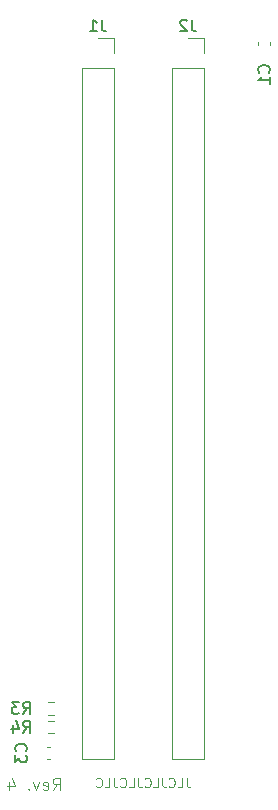
<source format=gbr>
G04 #@! TF.GenerationSoftware,KiCad,Pcbnew,8.0.4+dfsg-1*
G04 #@! TF.CreationDate,2025-03-02T10:11:41+09:00*
G04 #@! TF.ProjectId,bionic-hd6120,62696f6e-6963-42d6-9864-363132302e6b,4*
G04 #@! TF.SameCoordinates,Original*
G04 #@! TF.FileFunction,Legend,Bot*
G04 #@! TF.FilePolarity,Positive*
%FSLAX46Y46*%
G04 Gerber Fmt 4.6, Leading zero omitted, Abs format (unit mm)*
G04 Created by KiCad (PCBNEW 8.0.4+dfsg-1) date 2025-03-02 10:11:41*
%MOMM*%
%LPD*%
G01*
G04 APERTURE LIST*
%ADD10C,0.100000*%
%ADD11C,0.125000*%
%ADD12C,0.150000*%
%ADD13C,0.120000*%
G04 APERTURE END LIST*
D10*
X117395238Y-136406895D02*
X117395238Y-136978323D01*
X117395238Y-136978323D02*
X117433333Y-137092609D01*
X117433333Y-137092609D02*
X117509524Y-137168800D01*
X117509524Y-137168800D02*
X117623809Y-137206895D01*
X117623809Y-137206895D02*
X117700000Y-137206895D01*
X116633333Y-137206895D02*
X117014285Y-137206895D01*
X117014285Y-137206895D02*
X117014285Y-136406895D01*
X115909523Y-137130704D02*
X115947619Y-137168800D01*
X115947619Y-137168800D02*
X116061904Y-137206895D01*
X116061904Y-137206895D02*
X116138095Y-137206895D01*
X116138095Y-137206895D02*
X116252381Y-137168800D01*
X116252381Y-137168800D02*
X116328571Y-137092609D01*
X116328571Y-137092609D02*
X116366666Y-137016419D01*
X116366666Y-137016419D02*
X116404762Y-136864038D01*
X116404762Y-136864038D02*
X116404762Y-136749752D01*
X116404762Y-136749752D02*
X116366666Y-136597371D01*
X116366666Y-136597371D02*
X116328571Y-136521180D01*
X116328571Y-136521180D02*
X116252381Y-136444990D01*
X116252381Y-136444990D02*
X116138095Y-136406895D01*
X116138095Y-136406895D02*
X116061904Y-136406895D01*
X116061904Y-136406895D02*
X115947619Y-136444990D01*
X115947619Y-136444990D02*
X115909523Y-136483085D01*
X115338095Y-136406895D02*
X115338095Y-136978323D01*
X115338095Y-136978323D02*
X115376190Y-137092609D01*
X115376190Y-137092609D02*
X115452381Y-137168800D01*
X115452381Y-137168800D02*
X115566666Y-137206895D01*
X115566666Y-137206895D02*
X115642857Y-137206895D01*
X114576190Y-137206895D02*
X114957142Y-137206895D01*
X114957142Y-137206895D02*
X114957142Y-136406895D01*
X113852380Y-137130704D02*
X113890476Y-137168800D01*
X113890476Y-137168800D02*
X114004761Y-137206895D01*
X114004761Y-137206895D02*
X114080952Y-137206895D01*
X114080952Y-137206895D02*
X114195238Y-137168800D01*
X114195238Y-137168800D02*
X114271428Y-137092609D01*
X114271428Y-137092609D02*
X114309523Y-137016419D01*
X114309523Y-137016419D02*
X114347619Y-136864038D01*
X114347619Y-136864038D02*
X114347619Y-136749752D01*
X114347619Y-136749752D02*
X114309523Y-136597371D01*
X114309523Y-136597371D02*
X114271428Y-136521180D01*
X114271428Y-136521180D02*
X114195238Y-136444990D01*
X114195238Y-136444990D02*
X114080952Y-136406895D01*
X114080952Y-136406895D02*
X114004761Y-136406895D01*
X114004761Y-136406895D02*
X113890476Y-136444990D01*
X113890476Y-136444990D02*
X113852380Y-136483085D01*
X113280952Y-136406895D02*
X113280952Y-136978323D01*
X113280952Y-136978323D02*
X113319047Y-137092609D01*
X113319047Y-137092609D02*
X113395238Y-137168800D01*
X113395238Y-137168800D02*
X113509523Y-137206895D01*
X113509523Y-137206895D02*
X113585714Y-137206895D01*
X112519047Y-137206895D02*
X112899999Y-137206895D01*
X112899999Y-137206895D02*
X112899999Y-136406895D01*
X111795237Y-137130704D02*
X111833333Y-137168800D01*
X111833333Y-137168800D02*
X111947618Y-137206895D01*
X111947618Y-137206895D02*
X112023809Y-137206895D01*
X112023809Y-137206895D02*
X112138095Y-137168800D01*
X112138095Y-137168800D02*
X112214285Y-137092609D01*
X112214285Y-137092609D02*
X112252380Y-137016419D01*
X112252380Y-137016419D02*
X112290476Y-136864038D01*
X112290476Y-136864038D02*
X112290476Y-136749752D01*
X112290476Y-136749752D02*
X112252380Y-136597371D01*
X112252380Y-136597371D02*
X112214285Y-136521180D01*
X112214285Y-136521180D02*
X112138095Y-136444990D01*
X112138095Y-136444990D02*
X112023809Y-136406895D01*
X112023809Y-136406895D02*
X111947618Y-136406895D01*
X111947618Y-136406895D02*
X111833333Y-136444990D01*
X111833333Y-136444990D02*
X111795237Y-136483085D01*
X111223809Y-136406895D02*
X111223809Y-136978323D01*
X111223809Y-136978323D02*
X111261904Y-137092609D01*
X111261904Y-137092609D02*
X111338095Y-137168800D01*
X111338095Y-137168800D02*
X111452380Y-137206895D01*
X111452380Y-137206895D02*
X111528571Y-137206895D01*
X110461904Y-137206895D02*
X110842856Y-137206895D01*
X110842856Y-137206895D02*
X110842856Y-136406895D01*
X109738094Y-137130704D02*
X109776190Y-137168800D01*
X109776190Y-137168800D02*
X109890475Y-137206895D01*
X109890475Y-137206895D02*
X109966666Y-137206895D01*
X109966666Y-137206895D02*
X110080952Y-137168800D01*
X110080952Y-137168800D02*
X110157142Y-137092609D01*
X110157142Y-137092609D02*
X110195237Y-137016419D01*
X110195237Y-137016419D02*
X110233333Y-136864038D01*
X110233333Y-136864038D02*
X110233333Y-136749752D01*
X110233333Y-136749752D02*
X110195237Y-136597371D01*
X110195237Y-136597371D02*
X110157142Y-136521180D01*
X110157142Y-136521180D02*
X110080952Y-136444990D01*
X110080952Y-136444990D02*
X109966666Y-136406895D01*
X109966666Y-136406895D02*
X109890475Y-136406895D01*
X109890475Y-136406895D02*
X109776190Y-136444990D01*
X109776190Y-136444990D02*
X109738094Y-136483085D01*
D11*
X106077240Y-137435119D02*
X106410573Y-136958928D01*
X106648668Y-137435119D02*
X106648668Y-136435119D01*
X106648668Y-136435119D02*
X106267716Y-136435119D01*
X106267716Y-136435119D02*
X106172478Y-136482738D01*
X106172478Y-136482738D02*
X106124859Y-136530357D01*
X106124859Y-136530357D02*
X106077240Y-136625595D01*
X106077240Y-136625595D02*
X106077240Y-136768452D01*
X106077240Y-136768452D02*
X106124859Y-136863690D01*
X106124859Y-136863690D02*
X106172478Y-136911309D01*
X106172478Y-136911309D02*
X106267716Y-136958928D01*
X106267716Y-136958928D02*
X106648668Y-136958928D01*
X105267716Y-137387500D02*
X105362954Y-137435119D01*
X105362954Y-137435119D02*
X105553430Y-137435119D01*
X105553430Y-137435119D02*
X105648668Y-137387500D01*
X105648668Y-137387500D02*
X105696287Y-137292261D01*
X105696287Y-137292261D02*
X105696287Y-136911309D01*
X105696287Y-136911309D02*
X105648668Y-136816071D01*
X105648668Y-136816071D02*
X105553430Y-136768452D01*
X105553430Y-136768452D02*
X105362954Y-136768452D01*
X105362954Y-136768452D02*
X105267716Y-136816071D01*
X105267716Y-136816071D02*
X105220097Y-136911309D01*
X105220097Y-136911309D02*
X105220097Y-137006547D01*
X105220097Y-137006547D02*
X105696287Y-137101785D01*
X104886763Y-136768452D02*
X104648668Y-137435119D01*
X104648668Y-137435119D02*
X104410573Y-136768452D01*
X104029620Y-137339880D02*
X103982001Y-137387500D01*
X103982001Y-137387500D02*
X104029620Y-137435119D01*
X104029620Y-137435119D02*
X104077239Y-137387500D01*
X104077239Y-137387500D02*
X104029620Y-137339880D01*
X104029620Y-137339880D02*
X104029620Y-137435119D01*
X102362954Y-136768452D02*
X102362954Y-137435119D01*
X102601049Y-136387500D02*
X102839144Y-137101785D01*
X102839144Y-137101785D02*
X102220097Y-137101785D01*
D12*
X110223333Y-72204819D02*
X110223333Y-72919104D01*
X110223333Y-72919104D02*
X110270952Y-73061961D01*
X110270952Y-73061961D02*
X110366190Y-73157200D01*
X110366190Y-73157200D02*
X110509047Y-73204819D01*
X110509047Y-73204819D02*
X110604285Y-73204819D01*
X109223333Y-73204819D02*
X109794761Y-73204819D01*
X109509047Y-73204819D02*
X109509047Y-72204819D01*
X109509047Y-72204819D02*
X109604285Y-72347676D01*
X109604285Y-72347676D02*
X109699523Y-72442914D01*
X109699523Y-72442914D02*
X109794761Y-72490533D01*
X103554266Y-132583219D02*
X103887599Y-132107028D01*
X104125694Y-132583219D02*
X104125694Y-131583219D01*
X104125694Y-131583219D02*
X103744742Y-131583219D01*
X103744742Y-131583219D02*
X103649504Y-131630838D01*
X103649504Y-131630838D02*
X103601885Y-131678457D01*
X103601885Y-131678457D02*
X103554266Y-131773695D01*
X103554266Y-131773695D02*
X103554266Y-131916552D01*
X103554266Y-131916552D02*
X103601885Y-132011790D01*
X103601885Y-132011790D02*
X103649504Y-132059409D01*
X103649504Y-132059409D02*
X103744742Y-132107028D01*
X103744742Y-132107028D02*
X104125694Y-132107028D01*
X102697123Y-131916552D02*
X102697123Y-132583219D01*
X102935218Y-131535600D02*
X103173313Y-132249885D01*
X103173313Y-132249885D02*
X102554266Y-132249885D01*
X117843333Y-72204819D02*
X117843333Y-72919104D01*
X117843333Y-72919104D02*
X117890952Y-73061961D01*
X117890952Y-73061961D02*
X117986190Y-73157200D01*
X117986190Y-73157200D02*
X118129047Y-73204819D01*
X118129047Y-73204819D02*
X118224285Y-73204819D01*
X117414761Y-72300057D02*
X117367142Y-72252438D01*
X117367142Y-72252438D02*
X117271904Y-72204819D01*
X117271904Y-72204819D02*
X117033809Y-72204819D01*
X117033809Y-72204819D02*
X116938571Y-72252438D01*
X116938571Y-72252438D02*
X116890952Y-72300057D01*
X116890952Y-72300057D02*
X116843333Y-72395295D01*
X116843333Y-72395295D02*
X116843333Y-72490533D01*
X116843333Y-72490533D02*
X116890952Y-72633390D01*
X116890952Y-72633390D02*
X117462380Y-73204819D01*
X117462380Y-73204819D02*
X116843333Y-73204819D01*
X103771480Y-134146133D02*
X103819100Y-134098514D01*
X103819100Y-134098514D02*
X103866719Y-133955657D01*
X103866719Y-133955657D02*
X103866719Y-133860419D01*
X103866719Y-133860419D02*
X103819100Y-133717562D01*
X103819100Y-133717562D02*
X103723861Y-133622324D01*
X103723861Y-133622324D02*
X103628623Y-133574705D01*
X103628623Y-133574705D02*
X103438147Y-133527086D01*
X103438147Y-133527086D02*
X103295290Y-133527086D01*
X103295290Y-133527086D02*
X103104814Y-133574705D01*
X103104814Y-133574705D02*
X103009576Y-133622324D01*
X103009576Y-133622324D02*
X102914338Y-133717562D01*
X102914338Y-133717562D02*
X102866719Y-133860419D01*
X102866719Y-133860419D02*
X102866719Y-133955657D01*
X102866719Y-133955657D02*
X102914338Y-134098514D01*
X102914338Y-134098514D02*
X102961957Y-134146133D01*
X102866719Y-134479467D02*
X102866719Y-135098514D01*
X102866719Y-135098514D02*
X103247671Y-134765181D01*
X103247671Y-134765181D02*
X103247671Y-134908038D01*
X103247671Y-134908038D02*
X103295290Y-135003276D01*
X103295290Y-135003276D02*
X103342909Y-135050895D01*
X103342909Y-135050895D02*
X103438147Y-135098514D01*
X103438147Y-135098514D02*
X103676242Y-135098514D01*
X103676242Y-135098514D02*
X103771480Y-135050895D01*
X103771480Y-135050895D02*
X103819100Y-135003276D01*
X103819100Y-135003276D02*
X103866719Y-134908038D01*
X103866719Y-134908038D02*
X103866719Y-134622324D01*
X103866719Y-134622324D02*
X103819100Y-134527086D01*
X103819100Y-134527086D02*
X103771480Y-134479467D01*
X124346580Y-76690833D02*
X124394200Y-76643214D01*
X124394200Y-76643214D02*
X124441819Y-76500357D01*
X124441819Y-76500357D02*
X124441819Y-76405119D01*
X124441819Y-76405119D02*
X124394200Y-76262262D01*
X124394200Y-76262262D02*
X124298961Y-76167024D01*
X124298961Y-76167024D02*
X124203723Y-76119405D01*
X124203723Y-76119405D02*
X124013247Y-76071786D01*
X124013247Y-76071786D02*
X123870390Y-76071786D01*
X123870390Y-76071786D02*
X123679914Y-76119405D01*
X123679914Y-76119405D02*
X123584676Y-76167024D01*
X123584676Y-76167024D02*
X123489438Y-76262262D01*
X123489438Y-76262262D02*
X123441819Y-76405119D01*
X123441819Y-76405119D02*
X123441819Y-76500357D01*
X123441819Y-76500357D02*
X123489438Y-76643214D01*
X123489438Y-76643214D02*
X123537057Y-76690833D01*
X124441819Y-77643214D02*
X124441819Y-77071786D01*
X124441819Y-77357500D02*
X123441819Y-77357500D01*
X123441819Y-77357500D02*
X123584676Y-77262262D01*
X123584676Y-77262262D02*
X123679914Y-77167024D01*
X123679914Y-77167024D02*
X123727533Y-77071786D01*
X103554266Y-131008419D02*
X103887599Y-130532228D01*
X104125694Y-131008419D02*
X104125694Y-130008419D01*
X104125694Y-130008419D02*
X103744742Y-130008419D01*
X103744742Y-130008419D02*
X103649504Y-130056038D01*
X103649504Y-130056038D02*
X103601885Y-130103657D01*
X103601885Y-130103657D02*
X103554266Y-130198895D01*
X103554266Y-130198895D02*
X103554266Y-130341752D01*
X103554266Y-130341752D02*
X103601885Y-130436990D01*
X103601885Y-130436990D02*
X103649504Y-130484609D01*
X103649504Y-130484609D02*
X103744742Y-130532228D01*
X103744742Y-130532228D02*
X104125694Y-130532228D01*
X103220932Y-130008419D02*
X102601885Y-130008419D01*
X102601885Y-130008419D02*
X102935218Y-130389371D01*
X102935218Y-130389371D02*
X102792361Y-130389371D01*
X102792361Y-130389371D02*
X102697123Y-130436990D01*
X102697123Y-130436990D02*
X102649504Y-130484609D01*
X102649504Y-130484609D02*
X102601885Y-130579847D01*
X102601885Y-130579847D02*
X102601885Y-130817942D01*
X102601885Y-130817942D02*
X102649504Y-130913180D01*
X102649504Y-130913180D02*
X102697123Y-130960800D01*
X102697123Y-130960800D02*
X102792361Y-131008419D01*
X102792361Y-131008419D02*
X103078075Y-131008419D01*
X103078075Y-131008419D02*
X103173313Y-130960800D01*
X103173313Y-130960800D02*
X103220932Y-130913180D01*
D13*
X108560000Y-76350000D02*
X111220000Y-76350000D01*
X108560000Y-134830000D02*
X108560000Y-76350000D01*
X108560000Y-134830000D02*
X111220000Y-134830000D01*
X109890000Y-73750000D02*
X111220000Y-73750000D01*
X111220000Y-73750000D02*
X111220000Y-75080000D01*
X111220000Y-134830000D02*
X111220000Y-76350000D01*
X105700176Y-131605900D02*
X106209624Y-131605900D01*
X105700176Y-132650900D02*
X106209624Y-132650900D01*
X116180000Y-76350000D02*
X118840000Y-76350000D01*
X116180000Y-134830000D02*
X116180000Y-76350000D01*
X116180000Y-134830000D02*
X118840000Y-134830000D01*
X117510000Y-73750000D02*
X118840000Y-73750000D01*
X118840000Y-73750000D02*
X118840000Y-75080000D01*
X118840000Y-134830000D02*
X118840000Y-76350000D01*
X105578133Y-133802800D02*
X105870667Y-133802800D01*
X105578133Y-134822800D02*
X105870667Y-134822800D01*
X123477000Y-74071233D02*
X123477000Y-74363767D01*
X124497000Y-74071233D02*
X124497000Y-74363767D01*
X105700176Y-130005700D02*
X106209624Y-130005700D01*
X105700176Y-131050700D02*
X106209624Y-131050700D01*
M02*

</source>
